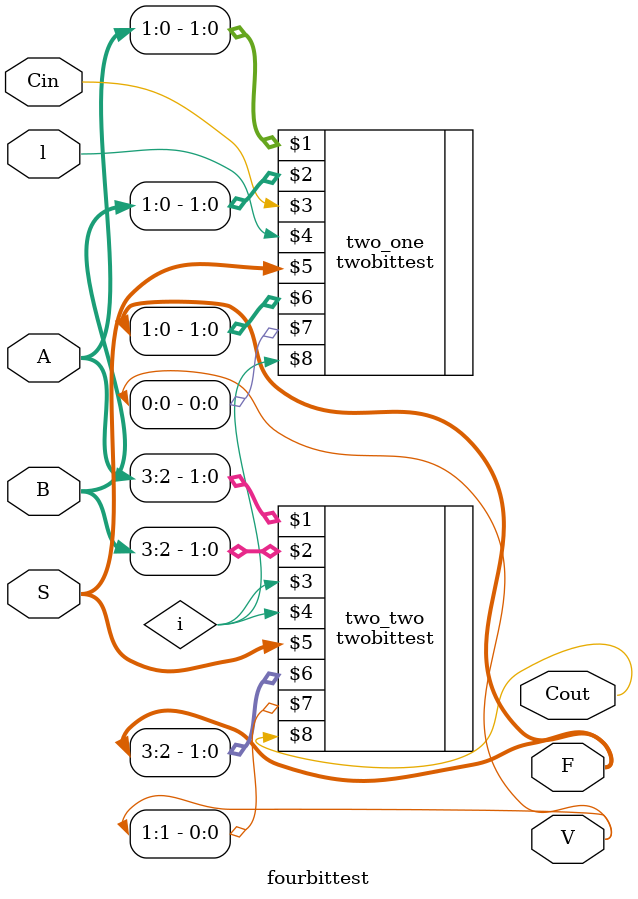
<source format=v>
module fourbittest(A,B,Cin,l,S,F,V,Cout);
input [3:0]A;
input [3:0]B;
input Cin,l;
input [2:0]S;
output [3:0]F;
output [1:0]V;
output Cout;
wire i;
twobittest two_one(A[1:0],B[1:0],Cin,l,S,F[1:0],V[0],i);
twobittest two_two(A[3:2],B[3:2],i,i,S,F[3:2],V[1],Cout);
endmodule

</source>
